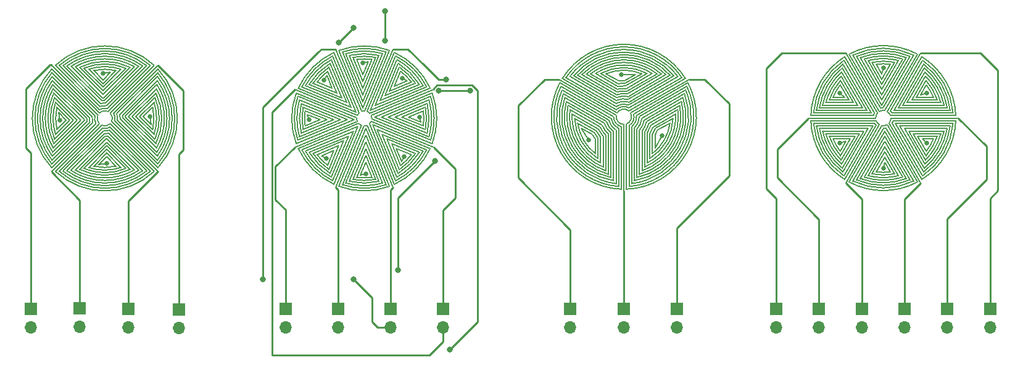
<source format=gtl>
G04 #@! TF.GenerationSoftware,KiCad,Pcbnew,(6.0.5)*
G04 #@! TF.CreationDate,2022-07-10T09:17:23-07:00*
G04 #@! TF.ProjectId,micro-motor-proto-01,6d696372-6f2d-46d6-9f74-6f722d70726f,rev?*
G04 #@! TF.SameCoordinates,Original*
G04 #@! TF.FileFunction,Copper,L1,Top*
G04 #@! TF.FilePolarity,Positive*
%FSLAX46Y46*%
G04 Gerber Fmt 4.6, Leading zero omitted, Abs format (unit mm)*
G04 Created by KiCad (PCBNEW (6.0.5)) date 2022-07-10 09:17:23*
%MOMM*%
%LPD*%
G01*
G04 APERTURE LIST*
G04 #@! TA.AperFunction,ComponentPad*
%ADD10O,1.700000X1.700000*%
G04 #@! TD*
G04 #@! TA.AperFunction,ComponentPad*
%ADD11R,1.700000X1.700000*%
G04 #@! TD*
G04 #@! TA.AperFunction,ViaPad*
%ADD12C,0.800000*%
G04 #@! TD*
G04 #@! TA.AperFunction,ViaPad*
%ADD13C,0.650000*%
G04 #@! TD*
G04 #@! TA.AperFunction,Conductor*
%ADD14C,0.250000*%
G04 #@! TD*
G04 #@! TA.AperFunction,Conductor*
%ADD15C,0.203200*%
G04 #@! TD*
G04 APERTURE END LIST*
D10*
G04 #@! TO.P,J17,2,Pin_2*
G04 #@! TO.N,/3-6 PhF*
X169657320Y-78711658D03*
D11*
G04 #@! TO.P,J17,1,Pin_1*
X169657320Y-76171658D03*
G04 #@! TD*
G04 #@! TO.P,J5,1,Pin_1*
G04 #@! TO.N,/2-8 PhA*
X94570245Y-76171658D03*
D10*
G04 #@! TO.P,J5,2,Pin_2*
X94570245Y-78711658D03*
G04 #@! TD*
D11*
G04 #@! TO.P,J3,1,Pin_1*
G04 #@! TO.N,/2 PhC*
X37986052Y-76188129D03*
D10*
G04 #@! TO.P,J3,2,Pin_2*
X37986052Y-78728129D03*
G04 #@! TD*
D11*
G04 #@! TO.P,J6,1,Pin_1*
G04 #@! TO.N,/2-8 PhB*
X87372373Y-76171658D03*
D10*
G04 #@! TO.P,J6,2,Pin_2*
X87372373Y-78711658D03*
G04 #@! TD*
G04 #@! TO.P,J13,2,Pin_2*
G04 #@! TO.N,/3-6 PhB*
X157910033Y-78711658D03*
D11*
G04 #@! TO.P,J13,1,Pin_1*
X157910033Y-76171658D03*
G04 #@! TD*
D10*
G04 #@! TO.P,J14,2,Pin_2*
G04 #@! TO.N,/3-6 PhC*
X152036391Y-78711658D03*
D11*
G04 #@! TO.P,J14,1,Pin_1*
X152036391Y-76171658D03*
G04 #@! TD*
D10*
G04 #@! TO.P,J16,2,Pin_2*
G04 #@! TO.N,/3-6 PhE*
X140289107Y-78711658D03*
D11*
G04 #@! TO.P,J16,1,Pin_1*
X140289107Y-76171658D03*
G04 #@! TD*
G04 #@! TO.P,J8,1,Pin_1*
G04 #@! TO.N,/2-8 PhD*
X72976633Y-76171658D03*
D10*
G04 #@! TO.P,J8,2,Pin_2*
X72976633Y-78711658D03*
G04 #@! TD*
D11*
G04 #@! TO.P,J9,1,Pin_1*
G04 #@! TO.N,/3 PhA*
X126709475Y-76171658D03*
D10*
G04 #@! TO.P,J9,2,Pin_2*
X126709475Y-78711658D03*
G04 #@! TD*
D11*
G04 #@! TO.P,J11,1,Pin_1*
G04 #@! TO.N,/3 PhC*
X112037177Y-76171658D03*
D10*
G04 #@! TO.P,J11,2,Pin_2*
X112037177Y-78711658D03*
G04 #@! TD*
D11*
G04 #@! TO.P,J1,1,Pin_1*
G04 #@! TO.N,/2 PhA*
X51386052Y-76123129D03*
D10*
G04 #@! TO.P,J1,2,Pin_2*
X51386052Y-78663129D03*
G04 #@! TD*
G04 #@! TO.P,J15,2,Pin_2*
G04 #@! TO.N,/3-6 PhD*
X146162749Y-78711658D03*
D11*
G04 #@! TO.P,J15,1,Pin_1*
X146162749Y-76171658D03*
G04 #@! TD*
G04 #@! TO.P,J2,1,Pin_1*
G04 #@! TO.N,/2 PhB*
X44756885Y-76090187D03*
D10*
G04 #@! TO.P,J2,2,Pin_2*
X44756885Y-78630187D03*
G04 #@! TD*
D11*
G04 #@! TO.P,J4,1,Pin_1*
G04 #@! TO.N,/2 PhD*
X58361052Y-76263129D03*
D10*
G04 #@! TO.P,J4,2,Pin_2*
X58361052Y-78803129D03*
G04 #@! TD*
G04 #@! TO.P,J12,2,Pin_2*
G04 #@! TO.N,/3-6 PhA*
X163783675Y-78711658D03*
D11*
G04 #@! TO.P,J12,1,Pin_1*
X163783675Y-76171658D03*
G04 #@! TD*
G04 #@! TO.P,J10,1,Pin_1*
G04 #@! TO.N,/3 PhB*
X119373326Y-76171658D03*
D10*
G04 #@! TO.P,J10,2,Pin_2*
X119373326Y-78711658D03*
G04 #@! TD*
D11*
G04 #@! TO.P,J7,1,Pin_1*
G04 #@! TO.N,/2-8 PhC*
X80174503Y-76171658D03*
D10*
G04 #@! TO.P,J7,2,Pin_2*
X80174503Y-78711658D03*
G04 #@! TD*
D12*
G04 #@! TO.N,/2-8 PhB*
X82296000Y-72136000D03*
X69850000Y-72136000D03*
G04 #@! TO.N,/2-8 PhC*
X88392000Y-70866000D03*
X93472000Y-55880000D03*
X94996000Y-44704000D03*
G04 #@! TO.N,/2-8 PhD*
X95504000Y-81788000D03*
G04 #@! TO.N,/2-8 PhC*
X86614000Y-39370000D03*
X86614000Y-35306000D03*
G04 #@! TO.N,/2-8 PhD*
X93980000Y-46228000D03*
X98298000Y-46228000D03*
G04 #@! TO.N,/2-8 PhB*
X82296000Y-37592000D03*
X80264000Y-39624000D03*
D13*
G04 #@! TO.N,/2 PhA*
X48425000Y-56162431D03*
G04 #@! TO.N,/2 PhB*
X42009736Y-50250062D03*
G04 #@! TO.N,/2 PhC*
X47922104Y-43834799D03*
G04 #@! TO.N,/2 PhD*
X54337368Y-49747169D03*
G04 #@! TO.N,/2-8 PhA*
X78271028Y-44769754D03*
X89275850Y-55230246D03*
G04 #@! TO.N,/2-8 PhB*
X83580989Y-42410865D03*
X83965889Y-57589135D03*
G04 #@! TO.N,/2-8 PhC*
X78543193Y-55502411D03*
X89003685Y-44497589D03*
G04 #@! TO.N,/2-8 PhD*
X91362574Y-49807550D03*
X76184304Y-50192450D03*
G04 #@! TO.N,/3 PhA*
X124609853Y-52362618D03*
G04 #@! TO.N,/3 PhB*
X114559700Y-53002321D03*
G04 #@! TO.N,/3 PhC*
X119030779Y-43978782D03*
G04 #@! TO.N,/3-6 PhA*
X160959120Y-53402158D03*
G04 #@! TO.N,/3-6 PhB*
X154999999Y-56842658D03*
G04 #@! TO.N,/3-6 PhC*
X149040878Y-53402158D03*
G04 #@! TO.N,/3-6 PhD*
X149040878Y-46521158D03*
G04 #@! TO.N,/3-6 PhE*
X154999999Y-43080658D03*
G04 #@! TO.N,/3-6 PhF*
X160959120Y-46521158D03*
G04 #@! TD*
D14*
G04 #@! TO.N,/3 PhB*
X119400110Y-60086041D02*
X119400110Y-59964110D01*
G04 #@! TO.N,/2 PhB*
X40894000Y-57292251D02*
X40886958Y-57285209D01*
X40894000Y-57404000D02*
X40894000Y-57292251D01*
G04 #@! TO.N,/2-8 PhB*
X85569658Y-78711658D02*
X87372373Y-78711658D01*
X84836000Y-77978000D02*
X85569658Y-78711658D01*
X84836000Y-74676000D02*
X84836000Y-77978000D01*
X82296000Y-72136000D02*
X84836000Y-74676000D01*
X77470000Y-40894000D02*
X69850000Y-48514000D01*
X77884394Y-40479606D02*
X77470000Y-40894000D01*
X69850000Y-48514000D02*
X69850000Y-51308000D01*
X69850000Y-51308000D02*
X69850000Y-72136000D01*
X79829963Y-40479606D02*
X77884394Y-40479606D01*
G04 #@! TO.N,/2-8 PhC*
X88392000Y-60960000D02*
X88392000Y-70866000D01*
X93472000Y-55880000D02*
X88392000Y-60960000D01*
X91948000Y-42672000D02*
X93980000Y-44704000D01*
X93980000Y-44704000D02*
X94996000Y-44704000D01*
X89755607Y-40479607D02*
X91948000Y-42672000D01*
X87716915Y-40479607D02*
X89755607Y-40479607D01*
G04 #@! TO.N,/2-8 PhD*
X99314000Y-77978000D02*
X95504000Y-81788000D01*
X99314000Y-46228000D02*
X99314000Y-77978000D01*
X93726000Y-45466000D02*
X98552000Y-45466000D01*
X98552000Y-45466000D02*
X99314000Y-46228000D01*
X93293833Y-45898167D02*
X93726000Y-45466000D01*
X93293833Y-46056524D02*
X93293833Y-45898167D01*
G04 #@! TO.N,/2-8 PhA*
X71120000Y-49189570D02*
X74253046Y-46056524D01*
G04 #@! TO.N,/2-8 PhD*
X71569511Y-56627010D02*
X74253045Y-53943476D01*
X72976633Y-76171658D02*
X72976633Y-62562633D01*
X72976633Y-62562633D02*
X71569511Y-61155511D01*
G04 #@! TO.N,/2-8 PhA*
X92710000Y-82550000D02*
X71120000Y-82550000D01*
G04 #@! TO.N,/2-8 PhD*
X71569511Y-61155511D02*
X71569511Y-56627010D01*
G04 #@! TO.N,/2-8 PhA*
X94570245Y-80689755D02*
X92710000Y-82550000D01*
X71120000Y-82550000D02*
X71120000Y-49189570D01*
X94570245Y-78711658D02*
X94570245Y-80689755D01*
G04 #@! TO.N,/2-8 PhC*
X86614000Y-35306000D02*
X86614000Y-39370000D01*
G04 #@! TO.N,/2-8 PhD*
X98298000Y-46228000D02*
X93980000Y-46228000D01*
G04 #@! TO.N,/2-8 PhB*
X80264000Y-39624000D02*
X82296000Y-37592000D01*
G04 #@! TO.N,/3-6 PhE*
X138938000Y-43180000D02*
X141048843Y-41069157D01*
X149815881Y-41069157D02*
X149847599Y-41037439D01*
X138938000Y-59690000D02*
X138938000Y-43180000D01*
X140289107Y-61041107D02*
X138938000Y-59690000D01*
X141048843Y-41069157D02*
X149815881Y-41069157D01*
X140289107Y-76171658D02*
X140289107Y-61041107D01*
G04 #@! TO.N,/3-6 PhF*
X168312369Y-41037439D02*
X160152399Y-41037439D01*
X170688000Y-59944000D02*
X170688000Y-43413070D01*
X170688000Y-43413070D02*
X168312369Y-41037439D01*
X169657320Y-60974680D02*
X170688000Y-59944000D01*
X169657320Y-76171658D02*
X169657320Y-60974680D01*
G04 #@! TO.N,/3-6 PhD*
X140462000Y-54194857D02*
X144695199Y-49961658D01*
X146162749Y-63866749D02*
X140462000Y-58166000D01*
X146162749Y-76171658D02*
X146162749Y-63866749D01*
X140462000Y-58166000D02*
X140462000Y-54194857D01*
G04 #@! TO.N,/3-6 PhA*
X169164000Y-58420000D02*
X169164000Y-53820859D01*
X163783675Y-63800325D02*
X169164000Y-58420000D01*
X169164000Y-53820859D02*
X165304799Y-49961658D01*
X163783675Y-76171658D02*
X163783675Y-63800325D01*
G04 #@! TO.N,/3-6 PhC*
X152036391Y-61074669D02*
X149847599Y-58885877D01*
X152036391Y-76171658D02*
X152036391Y-61074669D01*
G04 #@! TO.N,/3-6 PhB*
X157910033Y-61128243D02*
X160152399Y-58885877D01*
X157910033Y-76171658D02*
X157910033Y-61128243D01*
G04 #@! TO.N,/2-8 PhB*
X87372373Y-59864936D02*
X87716915Y-59520394D01*
X87372373Y-76171658D02*
X87372373Y-59864936D01*
G04 #@! TO.N,/2-8 PhC*
X80174503Y-59864933D02*
X79829963Y-59520393D01*
X80174503Y-76171658D02*
X80174503Y-59864933D01*
G04 #@! TO.N,/2-8 PhA*
X96266000Y-56915644D02*
X93293832Y-53943476D01*
X96266000Y-60960000D02*
X96266000Y-56915644D01*
X94570245Y-62655755D02*
X96266000Y-60960000D01*
X94570245Y-76171658D02*
X94570245Y-62655755D01*
G04 #@! TO.N,/2 PhC*
X40640000Y-42672000D02*
X40846937Y-42672000D01*
X37338000Y-45974000D02*
X40640000Y-42672000D01*
X40846937Y-42672000D02*
X40886959Y-42712022D01*
X37338000Y-54102000D02*
X37338000Y-45974000D01*
X37986052Y-54750052D02*
X37338000Y-54102000D01*
X37986052Y-76188129D02*
X37986052Y-54750052D01*
G04 #@! TO.N,/2 PhD*
X58928000Y-46179875D02*
X55460146Y-42712021D01*
X58361052Y-54922948D02*
X58928000Y-54356000D01*
X58361052Y-76263129D02*
X58361052Y-54922948D01*
X58928000Y-54356000D02*
X58928000Y-46179875D01*
G04 #@! TO.N,/2 PhB*
X44756885Y-61266885D02*
X40894000Y-57404000D01*
X44756885Y-76090187D02*
X44756885Y-61266885D01*
G04 #@! TO.N,/2 PhA*
X51386052Y-61359303D02*
X55460146Y-57285209D01*
X51386052Y-76123129D02*
X51386052Y-61359303D01*
G04 #@! TO.N,/3 PhC*
X104902000Y-58166000D02*
X104902000Y-48260000D01*
X108533160Y-44628840D02*
X110475893Y-44628840D01*
X112037177Y-65301177D02*
X104902000Y-58166000D01*
X112037177Y-76171658D02*
X112037177Y-65301177D01*
X104902000Y-48260000D02*
X108533160Y-44628840D01*
G04 #@! TO.N,/3 PhA*
X133858000Y-48006000D02*
X130480840Y-44628840D01*
X133858000Y-57912000D02*
X133858000Y-48006000D01*
X126709475Y-65060525D02*
X133858000Y-57912000D01*
X130480840Y-44628840D02*
X128324329Y-44628840D01*
X126709475Y-76171658D02*
X126709475Y-65060525D01*
G04 #@! TO.N,/3 PhB*
X119373326Y-60112825D02*
X119400110Y-60086041D01*
X119373326Y-76171658D02*
X119373326Y-60112825D01*
D15*
G04 #@! TO.N,/2 PhA*
X47363693Y-56340314D02*
X48425000Y-56162431D01*
X51038383Y-56886601D02*
X48425000Y-54273217D01*
X48424999Y-53770323D02*
X45308721Y-56886601D01*
X47936283Y-51744568D02*
X42439344Y-57241507D01*
X48425000Y-55279006D02*
X47363693Y-56340314D01*
X48425000Y-54273217D02*
X45951605Y-56746612D01*
X48070061Y-52113684D02*
X42979591Y-57204154D01*
X50395499Y-56746611D02*
X48425000Y-54776111D01*
X52813140Y-57152674D02*
X48472085Y-52811619D01*
X48368870Y-52820664D02*
X44104769Y-57084765D01*
X53907762Y-57241507D02*
X48712688Y-52046434D01*
X53367514Y-57204153D02*
X48598410Y-52435050D01*
X48425000Y-54776111D02*
X46632092Y-56569018D01*
X47725810Y-50949251D02*
X41394348Y-57280714D01*
X55460146Y-57285209D02*
X48916581Y-50741642D01*
X49715013Y-56569019D02*
X48425000Y-55279006D01*
X54952757Y-57280714D02*
X48884267Y-51212224D01*
X52242335Y-57084765D02*
X48424999Y-53267428D01*
X48215174Y-52471464D02*
X43533966Y-57152674D01*
X48424999Y-53267428D02*
X44695005Y-56997423D01*
X54435691Y-57266543D02*
X48810579Y-51641431D01*
X47818497Y-51359459D02*
X41911413Y-57266543D01*
X51652099Y-56997422D02*
X48424999Y-53770323D01*
X47725835Y-50949198D02*
G75*
G03*
X48916580Y-50741641I447765J950598D01*
G01*
X52813140Y-57152674D02*
G75*
G02*
X43533966Y-57152674I-4639587J7154062D01*
G01*
X52242335Y-57084765D02*
G75*
G02*
X44104769Y-57084765I-4068783J7086153D01*
G01*
X48215174Y-52471462D02*
G75*
G03*
X48598410Y-52435049I-41574J2472462D01*
G01*
X51652098Y-56997421D02*
G75*
G02*
X44695005Y-56997422I-3478548J6998791D01*
G01*
X48368870Y-52820665D02*
G75*
G03*
X48472085Y-52811619I-195370J2822565D01*
G01*
X53907761Y-57241506D02*
G75*
G02*
X42439345Y-57241506I-5734208J7242894D01*
G01*
X47818506Y-51359423D02*
G75*
G03*
X48884267Y-51212224I355094J1360823D01*
G01*
X54952757Y-57280714D02*
G75*
G02*
X41394348Y-57280714I-6779204J7282099D01*
G01*
X49715018Y-56569039D02*
G75*
G02*
X46632092Y-56569018I-1541418J6570439D01*
G01*
X48070062Y-52113672D02*
G75*
G03*
X48712688Y-52046433I103538J2114972D01*
G01*
X54435691Y-57266543D02*
G75*
G02*
X41911413Y-57266543I-6262139J7267928D01*
G01*
X51038383Y-56886600D02*
G75*
G02*
X45308721Y-56886600I-2864831J6887992D01*
G01*
X47936280Y-51744592D02*
G75*
G03*
X48810579Y-51641430I237220J1745992D01*
G01*
X50395509Y-56746640D02*
G75*
G02*
X45951605Y-56746612I-2221909J6748040D01*
G01*
X53367513Y-57204151D02*
G75*
G02*
X42979591Y-57204154I-5193963J7205531D01*
G01*
G04 #@! TO.N,/2 PhB*
X47222917Y-49550875D02*
X40891454Y-43219410D01*
X41019494Y-54638202D02*
X45360549Y-50297147D01*
X40891454Y-56777819D02*
X46959944Y-50709330D01*
X41285567Y-52863447D02*
X43898951Y-50250062D01*
X40886958Y-57285209D02*
X47430525Y-50741643D01*
X44401845Y-50250063D02*
X41285567Y-47133784D01*
X41425556Y-52220562D02*
X43396056Y-50250062D01*
X41831855Y-49188755D02*
X42009736Y-50250062D01*
X41174744Y-53477162D02*
X44401845Y-50250063D01*
X43396056Y-50250062D02*
X41603149Y-48457154D01*
X44904739Y-50250062D02*
X41174745Y-46520068D01*
X43898951Y-50250062D02*
X41425556Y-47776669D01*
X45351504Y-50193932D02*
X41087403Y-45929832D01*
X45700702Y-50040237D02*
X41019494Y-45359028D01*
X46427601Y-49761346D02*
X40930660Y-44264407D01*
X40930660Y-55732825D02*
X46125734Y-50537751D01*
X40968014Y-55192576D02*
X45737118Y-50423473D01*
X41603149Y-51540076D02*
X42893162Y-50250062D01*
X46812709Y-49643559D02*
X40905625Y-43736476D01*
X41087403Y-54067398D02*
X44904739Y-50250062D01*
X40905624Y-56260754D02*
X46530738Y-50635641D01*
X46058483Y-49895123D02*
X40968013Y-44804653D01*
X42893162Y-50250062D02*
X41831855Y-49188755D01*
X41087399Y-54067400D02*
G75*
G02*
X41087403Y-45929832I7086161J4068780D01*
G01*
X45351505Y-50193932D02*
G75*
G03*
X45360549Y-50297147I2822595J195332D01*
G01*
X41285564Y-52863448D02*
G75*
G02*
X41285568Y-47133784I6887986J2864828D01*
G01*
X41603156Y-51540074D02*
G75*
G02*
X41603149Y-48457154I6570444J1541474D01*
G01*
X41425554Y-52220563D02*
G75*
G02*
X41425556Y-47776669I6748036J2221943D01*
G01*
X46058478Y-49895123D02*
G75*
G03*
X46125735Y-50537751I2115022J-103477D01*
G01*
X40930657Y-55732828D02*
G75*
G02*
X40930660Y-44264407I7242893J5734208D01*
G01*
X45700701Y-50040237D02*
G75*
G03*
X45737119Y-50423473I2472799J41637D01*
G01*
X41174741Y-53477163D02*
G75*
G02*
X41174745Y-46520068I6998819J3478543D01*
G01*
X46427592Y-49761345D02*
G75*
G03*
X46530739Y-50635641I1745908J-237255D01*
G01*
X46812703Y-49643557D02*
G75*
G03*
X46959945Y-50709330I1360897J-355043D01*
G01*
X40891454Y-56777819D02*
G75*
G02*
X40891454Y-43219410I7282099J6779204D01*
G01*
X40968018Y-55192573D02*
G75*
G02*
X40968014Y-44804653I7205532J5193963D01*
G01*
X41019490Y-54638205D02*
G75*
G02*
X41019494Y-45359028I7154070J4639585D01*
G01*
X40905624Y-56260754D02*
G75*
G02*
X40905625Y-43736476I7267923J6262138D01*
G01*
X47222910Y-49550871D02*
G75*
G03*
X47430525Y-50741643I950690J-447729D01*
G01*
G04 #@! TO.N,/2 PhC*
X42439343Y-42755722D02*
X47634416Y-47950796D01*
X47922105Y-45221119D02*
X49715013Y-43428212D01*
X47922106Y-46226908D02*
X51038384Y-43110629D01*
X48410822Y-48252663D02*
X53907762Y-42755723D01*
X45308721Y-43110629D02*
X47922105Y-45724013D01*
X44695005Y-42999808D02*
X47922106Y-46226908D01*
X43533965Y-42844556D02*
X47875021Y-47185612D01*
X47922105Y-45724013D02*
X50395500Y-43250619D01*
X47978235Y-47176567D02*
X52242335Y-42912466D01*
X46632092Y-43428211D02*
X47922105Y-44718224D01*
X41911414Y-42730688D02*
X47536527Y-48355801D01*
X40886959Y-42712022D02*
X47430525Y-49255587D01*
X48528608Y-48637771D02*
X54435692Y-42730688D01*
X47922105Y-44718224D02*
X48983412Y-43656917D01*
X44104769Y-42912466D02*
X47922106Y-46729802D01*
X48983412Y-43656917D02*
X47922104Y-43834799D01*
X42979591Y-42793076D02*
X47748694Y-47562181D01*
X48621294Y-49047980D02*
X54952757Y-42716516D01*
X41394348Y-42716516D02*
X47462838Y-48785007D01*
X47922106Y-46729802D02*
X51652101Y-42999808D01*
X48277045Y-47883545D02*
X53367514Y-42793076D01*
X48131932Y-47525765D02*
X52813140Y-42844557D01*
X45951605Y-43250619D02*
X47922105Y-45221119D01*
X45951605Y-43250620D02*
G75*
G02*
X50395500Y-43250620I2221948J-6748017D01*
G01*
X44695005Y-42999808D02*
G75*
G02*
X51652101Y-42999808I3478548J-6998802D01*
G01*
X42439342Y-42755721D02*
G75*
G02*
X53907762Y-42755723I5734208J-7242899D01*
G01*
X48621318Y-49047929D02*
G75*
G03*
X47430526Y-49255588I-447718J-950671D01*
G01*
X48277046Y-47883531D02*
G75*
G03*
X47634416Y-47950797I-103446J-2115069D01*
G01*
X47978235Y-47176567D02*
G75*
G03*
X47875021Y-47185612I195365J-2822833D01*
G01*
X44104769Y-42912467D02*
G75*
G02*
X52242335Y-42912467I4068783J-7086145D01*
G01*
X41911414Y-42730688D02*
G75*
G02*
X54435692Y-42730688I6262139J-7267924D01*
G01*
X43533964Y-42844555D02*
G75*
G02*
X52813140Y-42844557I4639586J-7154065D01*
G01*
X48131932Y-47525759D02*
G75*
G03*
X47748694Y-47562182I41668J-2472841D01*
G01*
X48528617Y-48637736D02*
G75*
G03*
X47462838Y-48785007I-355017J-1360864D01*
G01*
X41394349Y-42716517D02*
G75*
G02*
X54952757Y-42716516I6779204J-7282098D01*
G01*
X45308721Y-43110630D02*
G75*
G02*
X51038384Y-43110630I2864832J-6887981D01*
G01*
X46632097Y-43428233D02*
G75*
G02*
X49715013Y-43428212I1541503J-6570367D01*
G01*
X42979592Y-42793077D02*
G75*
G02*
X53367514Y-42793077I5193961J-7205543D01*
G01*
X48410825Y-48252641D02*
G75*
G03*
X47536527Y-48355802I-237225J-1745959D01*
G01*
G04 #@! TO.N,/2 PhD*
X54921549Y-47776668D02*
X52951049Y-49747168D01*
X49534397Y-50353670D02*
X55441481Y-56260754D01*
X55441480Y-43736476D02*
X49816367Y-49361589D01*
X55455651Y-43219410D02*
X49387161Y-49287901D01*
X55061539Y-47133784D02*
X52448154Y-49747168D01*
X51945260Y-49747169D02*
X55061538Y-52863446D01*
X49919505Y-50235884D02*
X55416444Y-55732824D01*
X54515250Y-50808475D02*
X54337368Y-49747169D01*
X55460146Y-42712021D02*
X48916580Y-49255587D01*
X55172360Y-46520068D02*
X51945260Y-49747169D01*
X52448154Y-49747168D02*
X54921548Y-52220562D01*
X50646402Y-49956994D02*
X55327611Y-54638202D01*
X52951049Y-49747168D02*
X54743956Y-51540075D01*
X50995602Y-49803298D02*
X55259702Y-54067397D01*
X49124187Y-50446356D02*
X55455652Y-56777819D01*
X55259703Y-45929832D02*
X51442366Y-49747168D01*
X50288622Y-50102107D02*
X55379092Y-55192576D01*
X55416444Y-44264407D02*
X50221371Y-49459479D01*
X53453944Y-49747168D02*
X54515250Y-50808475D01*
X55379091Y-44804653D02*
X50609987Y-49573759D01*
X51442366Y-49747168D02*
X55172360Y-53477163D01*
X55327611Y-45359028D02*
X50986557Y-49700083D01*
X54743956Y-48457155D02*
X53453944Y-49747168D01*
X50288615Y-50102107D02*
G75*
G03*
X50221370Y-49459479I-2115115J103507D01*
G01*
X49534380Y-50353665D02*
G75*
G03*
X49387161Y-49287901I-1360880J355065D01*
G01*
X55379086Y-44804656D02*
G75*
G02*
X55379092Y-55192576I-7205526J-5193964D01*
G01*
X54743962Y-48457154D02*
G75*
G02*
X54743956Y-51540075I-6570462J-1541446D01*
G01*
X55327606Y-45359031D02*
G75*
G02*
X55327611Y-54638202I-7154056J-4639589D01*
G01*
X54921550Y-47776668D02*
G75*
G02*
X54921547Y-52220562I-6748010J-2221942D01*
G01*
X55172356Y-46520070D02*
G75*
G02*
X55172360Y-53477163I-6998796J-3478550D01*
G01*
X55416440Y-44264411D02*
G75*
G02*
X55416444Y-55732824I-7242890J-5734209D01*
G01*
X50995599Y-49803298D02*
G75*
G03*
X50986556Y-49700083I-2822599J-195302D01*
G01*
X55259706Y-45929830D02*
G75*
G02*
X55259702Y-54067397I-7086156J-4068780D01*
G01*
X49124181Y-50446353D02*
G75*
G03*
X48916579Y-49255588I-950581J447753D01*
G01*
X49919492Y-50235882D02*
G75*
G03*
X49816366Y-49361589I-1745992J237282D01*
G01*
X55441476Y-43736480D02*
G75*
G02*
X55441481Y-56260754I-7267926J-6262140D01*
G01*
X55061541Y-47133783D02*
G75*
G02*
X55061538Y-52863446I-6887991J-2864827D01*
G01*
X50646403Y-49956994D02*
G75*
G03*
X50609987Y-49573759I-2472603J-41606D01*
G01*
X55455651Y-43219410D02*
G75*
G02*
X55455652Y-56777819I-7282096J-6779205D01*
G01*
G04 #@! TO.N,/2-8 PhA*
X77302622Y-45010307D02*
X79366447Y-45865172D01*
X79366447Y-45865172D02*
X78638566Y-44107914D01*
X75206662Y-45681727D02*
X81994699Y-48493425D01*
X91842892Y-54497173D02*
X86209242Y-52163638D01*
X80680573Y-47179298D02*
X78939444Y-42975841D01*
X90244256Y-54989693D02*
X88180431Y-54134828D01*
X81994699Y-48493425D02*
X79276266Y-41930547D01*
X93293832Y-53943476D02*
X84744252Y-50402124D01*
X86209242Y-52163638D02*
X88442846Y-57556036D01*
X83066509Y-49222549D02*
X79639946Y-40950093D01*
X87523369Y-53477765D02*
X88763131Y-56470817D01*
X86866305Y-52820702D02*
X88607434Y-57024159D01*
X92823346Y-54133493D02*
X84895116Y-50849513D01*
X76749279Y-45166005D02*
X80023509Y-46522235D01*
X85552179Y-51506575D02*
X88270612Y-58069453D01*
X84480369Y-50777451D02*
X87906932Y-59049907D01*
X84895116Y-50849513D02*
X88091713Y-58566778D01*
X76217404Y-45330593D02*
X80680573Y-47179298D01*
X74253046Y-46056524D02*
X82802626Y-49597876D01*
X90797599Y-54833995D02*
X87523369Y-53477765D01*
X91329474Y-54669407D02*
X86866305Y-52820702D01*
X82651762Y-49150487D02*
X79455165Y-41433222D01*
X80023509Y-46522235D02*
X78783747Y-43529183D01*
X88908312Y-55892086D02*
X89275850Y-55230246D01*
X88180431Y-54134828D02*
X88908312Y-55892086D01*
X75703986Y-45502827D02*
X81337636Y-47836362D01*
X74723532Y-45866507D02*
X82651762Y-49150487D01*
X81337636Y-47836362D02*
X79104032Y-42443964D01*
X92340216Y-54318273D02*
X85552179Y-51506575D01*
X78638566Y-44107914D02*
X78271028Y-44769754D01*
X76749293Y-45166015D02*
G75*
G02*
X78939444Y-42975841I7024207J-4833985D01*
G01*
X83066499Y-49222538D02*
G75*
G03*
X82802627Y-49597876I707001J-777462D01*
G01*
X77302618Y-45010304D02*
G75*
G02*
X78783747Y-43529184I6470882J-4989796D01*
G01*
X91329464Y-54669401D02*
G75*
G02*
X88442846Y-57556036I-7556064J4669401D01*
G01*
X74723515Y-45866499D02*
G75*
G02*
X79639946Y-40950094I9049885J-4133501D01*
G01*
X75703973Y-45502820D02*
G75*
G02*
X79276266Y-41930548I8069427J-4497180D01*
G01*
X75206646Y-45681719D02*
G75*
G02*
X79455165Y-41433222I8566754J-4318281D01*
G01*
X90244264Y-54989699D02*
G75*
G02*
X88763131Y-56470817I-6470864J4989799D01*
G01*
X91842878Y-54497165D02*
G75*
G02*
X88270612Y-58069452I-8069478J4497165D01*
G01*
X92340201Y-54318266D02*
G75*
G02*
X88091713Y-58566778I-8566801J4318266D01*
G01*
X76217393Y-45330586D02*
G75*
G02*
X79104032Y-42443964I7556007J-4669414D01*
G01*
X90797590Y-54833989D02*
G75*
G02*
X88607434Y-57024159I-7024190J4833989D01*
G01*
X84480376Y-50777458D02*
G75*
G03*
X84744252Y-50402124I-706976J777458D01*
G01*
X92823328Y-54133485D02*
G75*
G02*
X87906932Y-59049907I-9049928J4133485D01*
G01*
G04 #@! TO.N,/2-8 PhB*
X83580990Y-45818476D02*
X85322119Y-41615019D01*
X83580990Y-47676931D02*
X86299423Y-41114054D01*
X82224759Y-41615019D02*
X83580990Y-44889248D01*
X83823306Y-48950384D02*
X87249869Y-40677929D01*
X83965888Y-55110752D02*
X82726125Y-58103804D01*
X83580990Y-43960021D02*
X84308870Y-42202762D01*
X85814594Y-58644693D02*
X83965888Y-54181524D01*
X80769292Y-40888893D02*
X83580990Y-47676931D01*
X83965888Y-54181524D02*
X82224759Y-58384981D01*
X84308870Y-42202762D02*
X83580989Y-42410865D01*
X87716915Y-59520394D02*
X84175563Y-50970813D01*
X83965888Y-56039979D02*
X83238008Y-57797238D01*
X83580989Y-46747703D02*
X85814593Y-41355307D01*
X83965888Y-52323069D02*
X81247455Y-58885946D01*
X83965889Y-53252297D02*
X81732285Y-58644693D01*
X83580990Y-44889248D02*
X84820753Y-41896196D01*
X81247456Y-41114054D02*
X83580989Y-46747703D01*
X80297009Y-40677928D02*
X83580989Y-48606159D01*
X83238008Y-57797238D02*
X83965889Y-57589135D01*
X84820752Y-58103804D02*
X83965888Y-56039979D01*
X81732284Y-41355307D02*
X83580990Y-45818476D01*
X83723572Y-51049616D02*
X80297009Y-59322071D01*
X86777586Y-59111107D02*
X83965888Y-52323069D01*
X82726126Y-41896196D02*
X83580990Y-43960021D01*
X83965889Y-51393841D02*
X80769292Y-59111107D01*
X85322119Y-58384981D02*
X83965888Y-55110752D01*
X86299422Y-58885946D02*
X83965889Y-53252297D01*
X87249869Y-59322072D02*
X83965889Y-51393841D01*
X79829963Y-40479606D02*
X83371315Y-49029187D01*
X83580989Y-48606159D02*
X86777586Y-40888893D01*
X83723571Y-51049633D02*
G75*
G03*
X84175563Y-50970813I49829J1049633D01*
G01*
X80769292Y-40888893D02*
G75*
G02*
X86777586Y-40888893I3004147J-9111096D01*
G01*
X86299422Y-58885946D02*
G75*
G02*
X81247455Y-58885946I-2525983J8885925D01*
G01*
X87249859Y-59322046D02*
G75*
G02*
X80297009Y-59322071I-3476459J9322046D01*
G01*
X86777586Y-59111107D02*
G75*
G02*
X80769292Y-59111107I-3004147J9111096D01*
G01*
X81732284Y-41355307D02*
G75*
G02*
X85814593Y-41355307I2041154J-8644691D01*
G01*
X80297000Y-40677904D02*
G75*
G02*
X87249869Y-40677929I3476400J-9322096D01*
G01*
X81247456Y-41114055D02*
G75*
G02*
X86299423Y-41114055I2525984J-8885924D01*
G01*
X85814594Y-58644692D02*
G75*
G02*
X81732285Y-58644692I-2041155J8644690D01*
G01*
X85322119Y-58384980D02*
G75*
G02*
X82224759Y-58384980I-1548680J8384973D01*
G01*
X82224759Y-41615020D02*
G75*
G02*
X85322119Y-41615020I1548680J-8384973D01*
G01*
X84820752Y-58103803D02*
G75*
G02*
X82726125Y-58103803I-1047314J8103769D01*
G01*
X82726126Y-41896196D02*
G75*
G02*
X84820753Y-41896196I1047313J-8103770D01*
G01*
X83823305Y-48950401D02*
G75*
G03*
X83371315Y-49029187I-49905J-1049599D01*
G01*
G04 #@! TO.N,/2-8 PhC*
X78939444Y-57024160D02*
X80295674Y-53749930D01*
X78783746Y-56470817D02*
X79638611Y-54406992D01*
X79455166Y-58566777D02*
X82266864Y-51778740D01*
X82923926Y-51121677D02*
X75206661Y-54318274D01*
X85937077Y-47564197D02*
X91329475Y-45330593D01*
X84550890Y-49293070D02*
X92823346Y-45866507D01*
X89665525Y-44865127D02*
X89003685Y-44497589D01*
X79638611Y-54406992D02*
X77881353Y-55134873D01*
X88091712Y-41433223D02*
X85280014Y-48221260D01*
X79276266Y-58069453D02*
X81609801Y-52435803D01*
X88270612Y-41930547D02*
X85937077Y-47564197D01*
X77881353Y-55134873D02*
X78543193Y-55502411D01*
X82995988Y-50706930D02*
X74723532Y-54133493D01*
X80295674Y-53749930D02*
X77302622Y-54989692D01*
X88763132Y-43529183D02*
X87908267Y-45593008D01*
X86594141Y-46907134D02*
X90797598Y-45166005D01*
X79639946Y-59049907D02*
X82923926Y-51121677D01*
X88607434Y-42975840D02*
X87251204Y-46250070D01*
X87908267Y-45593008D02*
X89665525Y-44865127D01*
X82266864Y-51778740D02*
X75703986Y-54497173D01*
X87716915Y-40479607D02*
X84175563Y-49029187D01*
X81609801Y-52435803D02*
X76217403Y-54669407D01*
X88442846Y-42443965D02*
X86594141Y-46907134D01*
X87251204Y-46250070D02*
X90244256Y-45010308D01*
X79829963Y-59520393D02*
X83371315Y-50970813D01*
X85280014Y-48221260D02*
X91842892Y-45502827D01*
X79104032Y-57556035D02*
X80952737Y-53092866D01*
X87906932Y-40950093D02*
X84622952Y-48878323D01*
X80952737Y-53092866D02*
X76749280Y-54833995D01*
X84622952Y-48878323D02*
X92340217Y-45681726D01*
X79455174Y-58566762D02*
G75*
G02*
X75206662Y-54318274I4318226J8566762D01*
G01*
X79639954Y-59049889D02*
G75*
G02*
X74723532Y-54133493I4133446J9049889D01*
G01*
X78783751Y-56470810D02*
G75*
G02*
X77302623Y-54989692I4989749J6470910D01*
G01*
X82996004Y-50706915D02*
G75*
G03*
X83371315Y-50970812I777496J706915D01*
G01*
X88442853Y-42443954D02*
G75*
G02*
X91329474Y-45330593I-4669453J-7556046D01*
G01*
X79276274Y-58069439D02*
G75*
G02*
X75703986Y-54497173I4497126J8069439D01*
G01*
X87906940Y-40950076D02*
G75*
G02*
X92823346Y-45866507I-4133540J-9049924D01*
G01*
X78939436Y-57024172D02*
G75*
G02*
X76749280Y-54833995I4834064J7024172D01*
G01*
X88763125Y-43529192D02*
G75*
G02*
X90244256Y-45010308I-4989725J-6470908D01*
G01*
X88270619Y-41930534D02*
G75*
G02*
X91842891Y-45502827I-4497219J-8069466D01*
G01*
X84550880Y-49293079D02*
G75*
G03*
X84175563Y-49029187I-777480J-706921D01*
G01*
X79104038Y-57556025D02*
G75*
G02*
X76217403Y-54669407I4669362J7556025D01*
G01*
X88607439Y-42975832D02*
G75*
G02*
X90797598Y-45166005I-4834039J-7024168D01*
G01*
X88091720Y-41433207D02*
G75*
G02*
X92340216Y-45681726I-4318320J-8566793D01*
G01*
G04 #@! TO.N,/2-8 PhD*
X75976201Y-49464569D02*
X76184304Y-50192450D01*
X86096508Y-49807551D02*
X92659385Y-52525984D01*
X74887493Y-52525983D02*
X80521142Y-50192450D01*
X85167280Y-49807550D02*
X92884546Y-53004147D01*
X82379598Y-50192450D02*
X74662332Y-46995853D01*
X88884191Y-49807551D02*
X91877243Y-51047314D01*
X78662687Y-50192449D02*
X75669635Y-48952686D01*
X82723823Y-49950133D02*
X74451368Y-46523570D01*
X74451367Y-53476430D02*
X82379598Y-50192450D01*
X93095511Y-46523570D02*
X85167280Y-49807550D01*
X75388458Y-51548680D02*
X78662687Y-50192449D01*
X84823055Y-50049867D02*
X93095510Y-53476430D01*
X74662332Y-53004147D02*
X81450370Y-50192449D01*
X92418132Y-47958845D02*
X87954963Y-49807551D01*
X75128746Y-52041155D02*
X79591915Y-50192449D01*
X80521142Y-50192450D02*
X75128746Y-47958846D01*
X75669635Y-51047313D02*
X77733460Y-50192449D01*
X74253045Y-53943476D02*
X82802626Y-50402124D01*
X92659385Y-47474017D02*
X87025736Y-49807550D01*
X92158420Y-48451320D02*
X88884191Y-49807551D01*
X77733460Y-50192449D02*
X75976201Y-49464569D01*
X79591915Y-50192449D02*
X75388458Y-48451320D01*
X87954963Y-49807551D02*
X92158420Y-51548680D01*
X91877243Y-48952687D02*
X89813418Y-49807551D01*
X91570677Y-50535431D02*
X91362574Y-49807550D01*
X93293833Y-46056524D02*
X84744252Y-49597876D01*
X87025736Y-49807550D02*
X92418132Y-52041154D01*
X92884546Y-46995853D02*
X86096508Y-49807551D01*
X81450370Y-50192449D02*
X74887493Y-47474016D01*
X89813418Y-49807551D02*
X91570677Y-50535431D01*
X82723820Y-49950133D02*
G75*
G03*
X82802626Y-50402124I1049580J-49867D01*
G01*
X74887494Y-52525983D02*
G75*
G02*
X74887494Y-47474016I8885906J2525983D01*
G01*
X93095510Y-46523570D02*
G75*
G02*
X93095510Y-53476430I-9322110J-3476430D01*
G01*
X84823060Y-50049867D02*
G75*
G03*
X84744252Y-49597876I-1049560J49867D01*
G01*
X92884546Y-46995853D02*
G75*
G02*
X92884546Y-53004147I-9111146J-3004147D01*
G01*
X75388459Y-51548680D02*
G75*
G02*
X75388459Y-48451320I8384941J1548680D01*
G01*
X92659385Y-47474017D02*
G75*
G02*
X92659384Y-52525984I-8885885J-2525983D01*
G01*
X91877243Y-48952687D02*
G75*
G02*
X91877243Y-51047314I-8103743J-1047313D01*
G01*
X75128747Y-52041155D02*
G75*
G02*
X75128747Y-47958846I8644653J2041155D01*
G01*
X74451368Y-53476430D02*
G75*
G02*
X74451368Y-46523570I9322032J3476430D01*
G01*
X92418131Y-47958845D02*
G75*
G02*
X92418131Y-52041154I-8644731J-2041155D01*
G01*
X75669635Y-51047313D02*
G75*
G02*
X75669635Y-48952686I8103765J1047313D01*
G01*
X74662332Y-53004147D02*
G75*
G02*
X74662332Y-46995853I9111068J3004147D01*
G01*
X92158420Y-48451320D02*
G75*
G02*
X92158420Y-51548680I-8385020J-1548680D01*
G01*
G04 #@! TO.N,/3 PhA*
X125735328Y-50640327D02*
X124000452Y-51641960D01*
X120466912Y-51183589D02*
X120466911Y-58957436D01*
X123667311Y-54052495D02*
X124609853Y-52362618D01*
X121533711Y-51638620D02*
X121533711Y-57668968D01*
X127511215Y-47151350D02*
X122194530Y-50220940D01*
X128041152Y-45613556D02*
X121151823Y-49591112D01*
X126794868Y-48796768D02*
X123127313Y-50914232D01*
X122956112Y-52110954D02*
X122956111Y-55517195D01*
X127060755Y-48232647D02*
X122824531Y-50678431D01*
X122244911Y-51888066D02*
X122244912Y-56677523D01*
X121178110Y-51500380D02*
X121178111Y-58120605D01*
X119755712Y-50770042D02*
X119755711Y-59724083D01*
X123667311Y-52314305D02*
X123667311Y-54052495D01*
X128188666Y-45117777D02*
X120756313Y-49408849D01*
X127297882Y-47685128D02*
X122514133Y-50447028D01*
X126493257Y-49381514D02*
X123423656Y-51153749D01*
X123311711Y-52214754D02*
X123311711Y-54838156D01*
X120822511Y-51350000D02*
X120822511Y-58549012D01*
X122600510Y-52002308D02*
X122600512Y-56123947D01*
X121889311Y-51767262D02*
X121889311Y-57189849D01*
X120111311Y-50994564D02*
X120111311Y-59348443D01*
X126145593Y-49992850D02*
X123714467Y-51396460D01*
X128324329Y-44628840D02*
X120310131Y-49255840D01*
X127880330Y-46117019D02*
X121517691Y-49790489D01*
X127704423Y-46629189D02*
X121863488Y-50001455D01*
X122244901Y-51888059D02*
G75*
G03*
X122824531Y-50678431I-2844801J2106859D01*
G01*
X120466892Y-51183562D02*
G75*
G03*
X121151822Y-49591112I-1066792J1402362D01*
G01*
X127880373Y-46117001D02*
G75*
G02*
X120466911Y-58957435I-8480273J-3664199D01*
G01*
X120111290Y-50994529D02*
G75*
G03*
X120756313Y-49408849I-711190J1213329D01*
G01*
X128188709Y-45117754D02*
G75*
G02*
X119755711Y-59724083I-8788609J-4663446D01*
G01*
X123667307Y-52314303D02*
G75*
G03*
X124000451Y-51641960I-4267007J2533003D01*
G01*
X121889300Y-51767253D02*
G75*
G03*
X122514132Y-50447028I-2489200J1986053D01*
G01*
X121533698Y-51638608D02*
G75*
G03*
X122194529Y-50220940I-2133598J1857408D01*
G01*
X127511253Y-47151338D02*
G75*
G02*
X121178111Y-58120604I-8111153J-2629862D01*
G01*
X120822494Y-51349981D02*
G75*
G03*
X121517691Y-49790489I-1422394J1568781D01*
G01*
X127704466Y-46629173D02*
G75*
G02*
X120822511Y-58549012I-8304366J-3152027D01*
G01*
X122956103Y-52110948D02*
G75*
G03*
X123423655Y-51153749I-3556003J2329748D01*
G01*
X125735350Y-50640330D02*
G75*
G02*
X123311710Y-54838155I-6335250J859130D01*
G01*
X128041195Y-45613535D02*
G75*
G02*
X120111311Y-59348442I-8641095J-4167665D01*
G01*
X119755694Y-50769992D02*
G75*
G03*
X120310130Y-49255840I-355594J988792D01*
G01*
X127060792Y-48232639D02*
G75*
G02*
X121889311Y-57189849I-7660692J-1548561D01*
G01*
X121178094Y-51500365D02*
G75*
G03*
X121863488Y-50001455I-1777994J1719165D01*
G01*
X127297923Y-47685117D02*
G75*
G02*
X121533711Y-57668968I-7897823J-2096083D01*
G01*
X122600502Y-52002303D02*
G75*
G03*
X123127312Y-50914232I-3200402J2221103D01*
G01*
X126493288Y-49381512D02*
G75*
G02*
X122600512Y-56123946I-7093188J-399688D01*
G01*
X126145620Y-49992851D02*
G75*
G02*
X122956111Y-55517194I-6745520J211651D01*
G01*
X123311713Y-52214755D02*
G75*
G03*
X123714466Y-51396460I-3911313J2433355D01*
G01*
X126794902Y-48796763D02*
G75*
G02*
X122244912Y-56677522I-7394802J-984437D01*
G01*
G04 #@! TO.N,/3 PhB*
X115844112Y-55517194D02*
X115844111Y-52709971D01*
X117652241Y-50003941D02*
X110919892Y-46117017D01*
X117266512Y-57668970D02*
X117266512Y-52145169D01*
X115604519Y-51695970D02*
X112654628Y-49992850D01*
X118365981Y-49594797D02*
X110611556Y-45117778D01*
X113567497Y-51341116D02*
X114559700Y-53002321D01*
X116153146Y-51191497D02*
X112005356Y-48796767D01*
X117977711Y-58549010D02*
X117977710Y-51804480D01*
X115488511Y-54838155D02*
X115488512Y-52834894D01*
X116555311Y-56677522D02*
X116555311Y-52442597D01*
X117022295Y-50461465D02*
X111289009Y-47151350D01*
X116910911Y-57189850D02*
X116910910Y-52298278D01*
X118688912Y-59348442D02*
X118688911Y-51393332D01*
X115876411Y-51442334D02*
X112306964Y-49381513D01*
X116724773Y-50700301D02*
X111502339Y-47685127D01*
X115072811Y-52210211D02*
X113567497Y-51341116D01*
X117993742Y-49790495D02*
X110759071Y-45613557D01*
X117330325Y-50228694D02*
X111095798Y-46629189D01*
X115336826Y-51952028D02*
X113064893Y-50640326D01*
X118333310Y-58957436D02*
X118333311Y-51610494D01*
X119400110Y-60086041D02*
X119400111Y-50832040D01*
X117622113Y-58120607D02*
X117622110Y-51981428D01*
X119044512Y-59724084D02*
X119044510Y-51141943D01*
X116435566Y-50943940D02*
X111739468Y-48232646D01*
X116199711Y-56123947D02*
X116199711Y-52579479D01*
X118688912Y-59348440D02*
G75*
G02*
X110759072Y-45613557I711198J9567200D01*
G01*
X116153134Y-51191502D02*
G75*
G03*
X116910911Y-52298277I3246966J1410302D01*
G01*
X119044512Y-59724081D02*
G75*
G02*
X110611557Y-45117778I355598J9942841D01*
G01*
X117993694Y-49790495D02*
G75*
G03*
X119044510Y-51141943I1406406J9295D01*
G01*
X115488529Y-54838131D02*
G75*
G02*
X113064893Y-50640326I3911571J5056931D01*
G01*
X117266513Y-57668966D02*
G75*
G02*
X111502340Y-47685127I2133597J7887726D01*
G01*
X117330294Y-50228701D02*
G75*
G03*
X118333311Y-51610493I2069806J447501D01*
G01*
X116555311Y-56677521D02*
G75*
G02*
X112005356Y-48796767I2844799J6896281D01*
G01*
X116910912Y-57189847D02*
G75*
G02*
X111739468Y-48232646I2489198J7408607D01*
G01*
X115604530Y-51695965D02*
G75*
G03*
X116199711Y-52579479I3795570J1914665D01*
G01*
X116199711Y-56123948D02*
G75*
G02*
X112306964Y-49381513I3200399J6342708D01*
G01*
X115844131Y-55517163D02*
G75*
G02*
X112654629Y-49992850I3555969J5735963D01*
G01*
X116435559Y-50943943D02*
G75*
G03*
X117266512Y-52145169I2964441J1162643D01*
G01*
X117652204Y-50003946D02*
G75*
G03*
X118688911Y-51393331I1747896J222746D01*
G01*
X118333310Y-58957435D02*
G75*
G02*
X110919892Y-46117017I1066800J9176195D01*
G01*
X115336825Y-51952029D02*
G75*
G03*
X115844111Y-52709971I4063175J2170729D01*
G01*
X117622114Y-58120604D02*
G75*
G02*
X111289010Y-47151350I1777996J8339364D01*
G01*
X117977711Y-58549010D02*
G75*
G02*
X111095799Y-46629189I1422399J8767770D01*
G01*
X117022269Y-50461472D02*
G75*
G03*
X117977710Y-51804479I2377831J680272D01*
G01*
X118365926Y-49594787D02*
G75*
G03*
X119400111Y-50832040I1034174J-186413D01*
G01*
X115876415Y-51442332D02*
G75*
G03*
X116555311Y-52442597I3523785J1661132D01*
G01*
X116724751Y-50700308D02*
G75*
G03*
X117622110Y-51981428I2675349J919108D01*
G01*
X115072804Y-52210215D02*
G75*
G03*
X115488513Y-52834893I4327396J2429115D01*
G01*
G04 #@! TO.N,/3 PhC*
X120081181Y-48156189D02*
X126813531Y-44269266D01*
X111986692Y-44269266D02*
X118349332Y-47942738D01*
X120095280Y-48558662D02*
X127329951Y-44381723D01*
X119551795Y-45176938D02*
X121823728Y-43865237D01*
X120965526Y-43950110D02*
X119030779Y-43978782D01*
X119999928Y-47381878D02*
X125733215Y-44071765D01*
X119941850Y-47004797D02*
X125164284Y-43989624D01*
X110967156Y-44501859D02*
X118399508Y-48792931D01*
X116976494Y-43865238D02*
X118711370Y-44866869D01*
X119875458Y-46632519D02*
X124571555Y-43921225D01*
X110475893Y-44628840D02*
X118490093Y-49255841D01*
X119723411Y-45899079D02*
X123292858Y-43838259D01*
X113635938Y-43989624D02*
X118419690Y-46751524D01*
X120047498Y-47765026D02*
X126282024Y-44165520D01*
X114228666Y-43921224D02*
X118464891Y-46367010D01*
X115507366Y-43838258D02*
X118576966Y-45610493D01*
X119639703Y-45536797D02*
X122589593Y-43833678D01*
X119460210Y-44819205D02*
X120965526Y-43950110D01*
X111470272Y-44381722D02*
X118359599Y-48359278D01*
X119802275Y-46264159D02*
X123950069Y-43869430D01*
X114850155Y-43869430D02*
X118517710Y-45986894D01*
X113067008Y-44071764D02*
X118383692Y-47141355D01*
X112518200Y-44165521D02*
X118359135Y-47537786D01*
X116210629Y-43833677D02*
X118641755Y-45237288D01*
X120078638Y-48978881D02*
X127833067Y-44501861D01*
X119999925Y-47381890D02*
G75*
G03*
X118359135Y-47537786I-599825J-2399410D01*
G01*
X111470270Y-44381721D02*
G75*
G02*
X127329951Y-44381723I7929840J-5399519D01*
G01*
X116210625Y-43833669D02*
G75*
G02*
X122589593Y-43833678I3189475J-5947531D01*
G01*
X110967155Y-44501858D02*
G75*
G02*
X127833067Y-44501861I8432955J-5279382D01*
G01*
X115507360Y-43838248D02*
G75*
G02*
X123292858Y-43838260I3892740J-5942952D01*
G01*
X120047496Y-47765033D02*
G75*
G03*
X118349332Y-47942739I-647396J-2016167D01*
G01*
X116976491Y-43865230D02*
G75*
G02*
X121823728Y-43865237I2423609J-5915970D01*
G01*
X119941849Y-47004804D02*
G75*
G03*
X118383692Y-47141355I-541749J-2776396D01*
G01*
X120095277Y-48558667D02*
G75*
G03*
X118399508Y-48792931I-695177J-1222533D01*
G01*
X113635939Y-43989625D02*
G75*
G02*
X125164283Y-43989625I5764172J-5791611D01*
G01*
X120078633Y-48978887D02*
G75*
G03*
X118490094Y-49255841I-678533J-802313D01*
G01*
X114228658Y-43921215D02*
G75*
G02*
X124571555Y-43921225I5171442J-5859985D01*
G01*
X119802274Y-46264164D02*
G75*
G03*
X118464891Y-46367010I-402174J-3517136D01*
G01*
X119875457Y-46632522D02*
G75*
G03*
X118419690Y-46751525I-475357J-3148678D01*
G01*
X114850155Y-43869430D02*
G75*
G02*
X123950069Y-43869430I4549957J-5911807D01*
G01*
X119639703Y-45536803D02*
G75*
G03*
X118576966Y-45610493I-239603J-4244597D01*
G01*
X119460210Y-44819203D02*
G75*
G03*
X118711370Y-44866869I-60110J-4961697D01*
G01*
X119723411Y-45899083D02*
G75*
G03*
X118517710Y-45986895I-323311J-3882117D01*
G01*
X112518186Y-44165509D02*
G75*
G02*
X126282023Y-44165520I6881914J-5615691D01*
G01*
X120081178Y-48156197D02*
G75*
G03*
X118359599Y-48359278I-681078J-1625003D01*
G01*
X119551795Y-45176944D02*
G75*
G03*
X118641755Y-45237288I-151695J-4604556D01*
G01*
X111986692Y-44269266D02*
G75*
G02*
X126813531Y-44269266I7413419J-5511977D01*
G01*
X113066997Y-44071754D02*
G75*
G02*
X125733214Y-44071766I6333103J-5709446D01*
G01*
G04 #@! TO.N,/3-6 PhA*
X162408608Y-52450858D02*
X159722031Y-52450858D01*
X163339366Y-51739658D02*
X158490197Y-51739658D01*
X163767770Y-51384058D02*
X157874280Y-51384058D01*
X158490197Y-51739658D02*
X160791615Y-55725831D01*
X161896282Y-52806458D02*
X160337949Y-52806458D01*
X159722031Y-52450858D02*
X160911809Y-54511614D01*
X165304799Y-49961658D02*
X156050799Y-49961658D01*
X159106114Y-52095258D02*
X160860014Y-55133102D01*
X155802359Y-50640186D02*
X160279379Y-58394613D01*
X160337949Y-52806458D02*
X160959120Y-53402158D01*
X164176195Y-51028458D02*
X157258362Y-51028458D01*
X156222578Y-50656828D02*
X160399517Y-57891498D01*
X164567201Y-50672858D02*
X156642445Y-50672858D01*
X157874280Y-51384058D02*
X160709475Y-56294761D01*
X156642445Y-50672858D02*
X160511973Y-57375077D01*
X164942842Y-50317258D02*
X156360701Y-50317258D01*
X162887727Y-52095258D02*
X159106114Y-52095258D01*
X157258362Y-51028458D02*
X160615719Y-56843570D01*
X155802379Y-50640203D02*
G75*
G03*
X156050799Y-49961658I-802379J678503D01*
G01*
X162887709Y-52095253D02*
G75*
G02*
X160791615Y-55725831I-7887709J2133553D01*
G01*
X156222586Y-50656833D02*
G75*
G03*
X156360700Y-50317258I-1222586J695133D01*
G01*
X163339343Y-51739653D02*
G75*
G02*
X160709475Y-56294761I-8339343J1777953D01*
G01*
X163767744Y-51384054D02*
G75*
G02*
X160615719Y-56843570I-8767744J1422354D01*
G01*
X164176167Y-51028455D02*
G75*
G02*
X160511973Y-57375077I-9176167J1066755D01*
G01*
X162408594Y-52450853D02*
G75*
G02*
X160860013Y-55133101I-7408594J2489153D01*
G01*
X164942808Y-50317257D02*
G75*
G02*
X160279378Y-58394612I-9942808J355557D01*
G01*
X164567169Y-50672856D02*
G75*
G02*
X160399517Y-57891498I-9567169J711156D01*
G01*
X161896272Y-52806454D02*
G75*
G02*
X160911809Y-54511614I-6896272J2844754D01*
G01*
G04 #@! TO.N,/3-6 PhB*
X155205305Y-52450858D02*
X151847948Y-58265970D01*
X155205305Y-53873258D02*
X152903887Y-57859431D01*
X159663462Y-58750213D02*
X155372391Y-51317860D01*
X155205305Y-51739658D02*
X151335777Y-58441877D01*
X158664221Y-58441877D02*
X155205305Y-52450858D01*
X156548593Y-57622302D02*
X155205305Y-55295658D01*
X155205305Y-55295658D02*
X154015527Y-57356414D01*
X158152050Y-58265970D02*
X155205305Y-53162058D01*
X159167683Y-58602698D02*
X155205305Y-51739658D01*
X154813557Y-50995786D02*
X150336536Y-58750213D01*
X157629889Y-58072761D02*
X155205305Y-53873258D01*
X160152399Y-58885877D02*
X155525399Y-50871677D01*
X155009254Y-51368028D02*
X150832315Y-58602698D01*
X155205305Y-53162058D02*
X152370109Y-58072761D01*
X155205305Y-54584458D02*
X153451405Y-57622302D01*
X155984471Y-57356414D02*
X155205305Y-56006858D01*
X155205305Y-56006858D02*
X154999999Y-56842658D01*
X157096111Y-57859431D02*
X155205305Y-54584458D01*
X158152050Y-58265970D02*
G75*
G02*
X151847948Y-58265970I-3152051J8304306D01*
G01*
X155984471Y-57356413D02*
G75*
G02*
X154015527Y-57356413I-984472J7394766D01*
G01*
X156548593Y-57622302D02*
G75*
G02*
X153451405Y-57622302I-1548594J7660665D01*
G01*
X159663462Y-58750213D02*
G75*
G02*
X150336536Y-58750213I-4663463J8788557D01*
G01*
X157629889Y-58072761D02*
G75*
G02*
X152370109Y-58072761I-2629890J8111097D01*
G01*
X157096111Y-57859430D02*
G75*
G02*
X152903887Y-57859430I-2096112J7897762D01*
G01*
X155009254Y-51368025D02*
G75*
G03*
X155372391Y-51317860I-9254J1406425D01*
G01*
X154813556Y-50995789D02*
G75*
G03*
X155525399Y-50871676I186444J1034089D01*
G01*
X158664221Y-58441877D02*
G75*
G02*
X151335777Y-58441877I-3664222J8480214D01*
G01*
X159167683Y-58602697D02*
G75*
G02*
X150832315Y-58602697I-4167684J8641040D01*
G01*
G04 #@! TO.N,/3-6 PhC*
X152331024Y-51739658D02*
X146660632Y-51739658D01*
X149600481Y-57891498D02*
X153562859Y-51028458D01*
X149088189Y-54511614D02*
X149867355Y-53162058D01*
X150483272Y-52806458D02*
X148103716Y-52806458D01*
X149139984Y-55133102D02*
X150483272Y-52806458D01*
X151099190Y-52450858D02*
X147591390Y-52450858D01*
X153562859Y-51028458D02*
X145823803Y-51028458D01*
X149208383Y-55725831D02*
X151099190Y-52450858D01*
X149720619Y-58394613D02*
X154011689Y-50962260D01*
X149488025Y-57375077D02*
X152946941Y-51384058D01*
X154011197Y-50317258D02*
X145057156Y-50317258D01*
X149847599Y-58885877D02*
X154474599Y-50871677D01*
X152946941Y-51384058D02*
X146232228Y-51384058D01*
X151715107Y-52095258D02*
X147112271Y-52095258D01*
X149867355Y-53162058D02*
X149040878Y-53402158D01*
X153786675Y-50672858D02*
X145432797Y-50672858D01*
X149290523Y-56294761D02*
X151715107Y-52095258D01*
X149384279Y-56843570D02*
X152331024Y-51739658D01*
X149088181Y-54511620D02*
G75*
G02*
X148103716Y-52806458I5911819J4549920D01*
G01*
X154011219Y-50317250D02*
G75*
G03*
X154474599Y-50871676I988781J355550D01*
G01*
X149384262Y-56843590D02*
G75*
G02*
X146232228Y-51384058I5615738J6881890D01*
G01*
X149290508Y-56294778D02*
G75*
G02*
X146660633Y-51739658I5709492J6333078D01*
G01*
X149488008Y-57375100D02*
G75*
G02*
X145823804Y-51028458I5511992J7413400D01*
G01*
X149139974Y-55133111D02*
G75*
G02*
X147591391Y-52450858I5860026J5171411D01*
G01*
X149600480Y-57891499D02*
G75*
G02*
X145432798Y-50672858I5399520J7929839D01*
G01*
X153786683Y-50672853D02*
G75*
G03*
X154011690Y-50962259I1213317J711153D01*
G01*
X149720618Y-58394614D02*
G75*
G02*
X145057157Y-50317258I5279382J8432954D01*
G01*
X149208370Y-55725844D02*
G75*
G02*
X147112272Y-52095258I5791630J5764144D01*
G01*
G04 #@! TO.N,/3-6 PhD*
X152741636Y-48894858D02*
X149384279Y-43079746D01*
X153777420Y-49266488D02*
X149600481Y-42031818D01*
X151509801Y-48183658D02*
X149208383Y-44197485D01*
X145057156Y-49606058D02*
X153639297Y-49606058D01*
X152125718Y-48539258D02*
X149290523Y-43628555D01*
X145823803Y-48894858D02*
X152741636Y-48894858D01*
X146232228Y-48539258D02*
X152125718Y-48539258D01*
X146660632Y-48183658D02*
X151509801Y-48183658D01*
X150277967Y-47472458D02*
X149088189Y-45411702D01*
X154197639Y-49283130D02*
X149720619Y-41528703D01*
X148103716Y-47116858D02*
X149662049Y-47116858D01*
X153357553Y-49250458D02*
X149488025Y-42548239D01*
X149662049Y-47116858D02*
X149040878Y-46521158D01*
X147591390Y-47472458D02*
X150277967Y-47472458D01*
X144695199Y-49961658D02*
X153949199Y-49961658D01*
X147112271Y-47828058D02*
X150893884Y-47828058D01*
X145432797Y-49250458D02*
X153357553Y-49250458D01*
X150893884Y-47828058D02*
X149139984Y-44790214D01*
X145057122Y-49606057D02*
G75*
G02*
X149720619Y-41528703I9942878J-355643D01*
G01*
X148103729Y-47116863D02*
G75*
G02*
X149088189Y-45411702I6896271J-2844737D01*
G01*
X153777429Y-49266493D02*
G75*
G03*
X153639298Y-49606058I1222571J-695207D01*
G01*
X147112296Y-47828065D02*
G75*
G02*
X149208383Y-44197485I7887704J-2133535D01*
G01*
X147591377Y-47472454D02*
G75*
G02*
X149139985Y-44790215I7408623J-2489246D01*
G01*
X154197660Y-49283148D02*
G75*
G03*
X153949199Y-49961658I802340J-678552D01*
G01*
X146660612Y-48183654D02*
G75*
G02*
X149290523Y-43628555I8339388J-1778046D01*
G01*
X146232204Y-48539254D02*
G75*
G02*
X149384280Y-43079747I8767796J-1422446D01*
G01*
X145823775Y-48894855D02*
G75*
G02*
X149488025Y-42548239I9176225J-1066845D01*
G01*
X145432766Y-49250456D02*
G75*
G02*
X149600481Y-42031818I9567234J-711244D01*
G01*
G04 #@! TO.N,/3-6 PhE*
X153451405Y-42301014D02*
X154794693Y-44627658D01*
X151847948Y-41657346D02*
X154794693Y-46761258D01*
X150336536Y-41173103D02*
X154627607Y-48605456D01*
X154794693Y-46050058D02*
X157096111Y-42063885D01*
X154794693Y-46761258D02*
X157629889Y-41850555D01*
X154794693Y-44627658D02*
X155984471Y-42566902D01*
X154990744Y-48555288D02*
X159167683Y-41320618D01*
X154794693Y-48183658D02*
X158664221Y-41481439D01*
X154794693Y-43916458D02*
X154999999Y-43080658D01*
X154794693Y-47472458D02*
X158152050Y-41657346D01*
X154015527Y-42566902D02*
X154794693Y-43916458D01*
X152903887Y-42063885D02*
X154794693Y-45338858D01*
X151335777Y-41481439D02*
X154794693Y-47472458D01*
X154794693Y-45338858D02*
X156548593Y-42301014D01*
X150832315Y-41320618D02*
X154794693Y-48183658D01*
X149847599Y-41037439D02*
X154474599Y-49051639D01*
X155186441Y-48927530D02*
X159663462Y-41173103D01*
X152370109Y-41850555D02*
X154794693Y-46050058D01*
X152370109Y-41850555D02*
G75*
G02*
X157629889Y-41850555I2629890J-8111097D01*
G01*
X155186440Y-48927535D02*
G75*
G03*
X154474599Y-49051639I-186440J-1034165D01*
G01*
X152903887Y-42063886D02*
G75*
G02*
X157096111Y-42063886I2096112J-7897762D01*
G01*
X150832315Y-41320619D02*
G75*
G02*
X159167683Y-41320619I4167684J-8641040D01*
G01*
X151847948Y-41657346D02*
G75*
G02*
X158152050Y-41657346I3152051J-8304306D01*
G01*
X151335777Y-41481439D02*
G75*
G02*
X158664221Y-41481439I3664222J-8480214D01*
G01*
X154990744Y-48555290D02*
G75*
G03*
X154627607Y-48605456I9256J-1406410D01*
G01*
X154015527Y-42566903D02*
G75*
G02*
X155984471Y-42566903I984472J-7394766D01*
G01*
X153451405Y-42301014D02*
G75*
G02*
X156548593Y-42301014I1548594J-7660665D01*
G01*
X150336536Y-41173103D02*
G75*
G02*
X159663462Y-41173103I4663463J-8788557D01*
G01*
G04 #@! TO.N,/3-6 PhF*
X160860014Y-44790214D02*
X159516726Y-47116858D01*
X156437139Y-48894858D02*
X164176195Y-48894858D01*
X157668974Y-48183658D02*
X163339366Y-48183658D01*
X158284891Y-47828058D02*
X162887727Y-47828058D01*
X156213323Y-49250458D02*
X164567201Y-49250458D01*
X157053057Y-48539258D02*
X163767770Y-48539258D01*
X159516726Y-47116858D02*
X161896282Y-47116858D01*
X160132643Y-46761258D02*
X160959120Y-46521158D01*
X160152399Y-41037439D02*
X155525399Y-49051639D01*
X160399517Y-42031818D02*
X156437139Y-48894858D01*
X160511973Y-42548239D02*
X157053057Y-48539258D01*
X160791615Y-44197485D02*
X158900808Y-47472458D01*
X160709475Y-43628555D02*
X158284891Y-47828058D01*
X155988801Y-49606058D02*
X164942842Y-49606058D01*
X158900808Y-47472458D02*
X162408608Y-47472458D01*
X160911809Y-45411702D02*
X160132643Y-46761258D01*
X160279379Y-41528703D02*
X155988309Y-48961056D01*
X160615719Y-43079746D02*
X157668974Y-48183658D01*
X156213313Y-49250464D02*
G75*
G03*
X155988309Y-48961056I-1213313J-711136D01*
G01*
X160511955Y-42548263D02*
G75*
G02*
X164176195Y-48894858I-5511955J-7413437D01*
G01*
X155988821Y-49606051D02*
G75*
G03*
X155525399Y-49051639I-988821J-355649D01*
G01*
X160279377Y-41528706D02*
G75*
G02*
X164942841Y-49606058I-5279377J-8432954D01*
G01*
X160399499Y-42031844D02*
G75*
G02*
X164567201Y-49250458I-5399499J-7929856D01*
G01*
X160615702Y-43079767D02*
G75*
G02*
X163767769Y-48539258I-5615702J-6881933D01*
G01*
X160709460Y-43628571D02*
G75*
G02*
X163339366Y-48183658I-5709460J-6333129D01*
G01*
X160791633Y-44197467D02*
G75*
G02*
X162887727Y-47828058I-5791633J-5764133D01*
G01*
X160911820Y-45411694D02*
G75*
G02*
X161896282Y-47116858I-5911820J-4549906D01*
G01*
X160860002Y-44790224D02*
G75*
G02*
X162408608Y-47472458I-5860002J-5171476D01*
G01*
G04 #@! TD*
M02*

</source>
